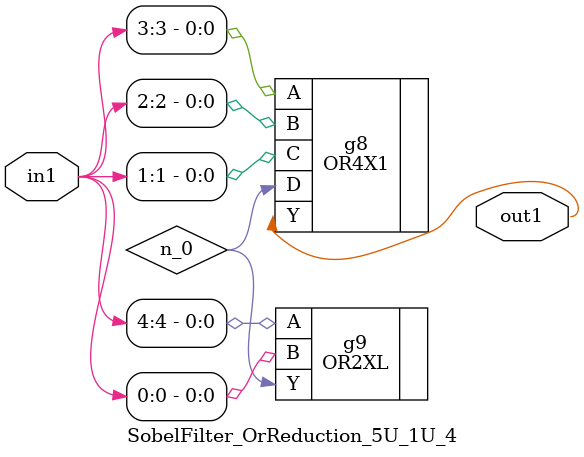
<source format=v>
`timescale 1ps / 1ps


module SobelFilter_OrReduction_5U_1U_4(in1, out1);
  input [4:0] in1;
  output out1;
  wire [4:0] in1;
  wire out1;
  wire n_0;
  OR4X1 g8(.A (in1[3]), .B (in1[2]), .C (in1[1]), .D (n_0), .Y (out1));
  OR2XL g9(.A (in1[4]), .B (in1[0]), .Y (n_0));
endmodule



</source>
